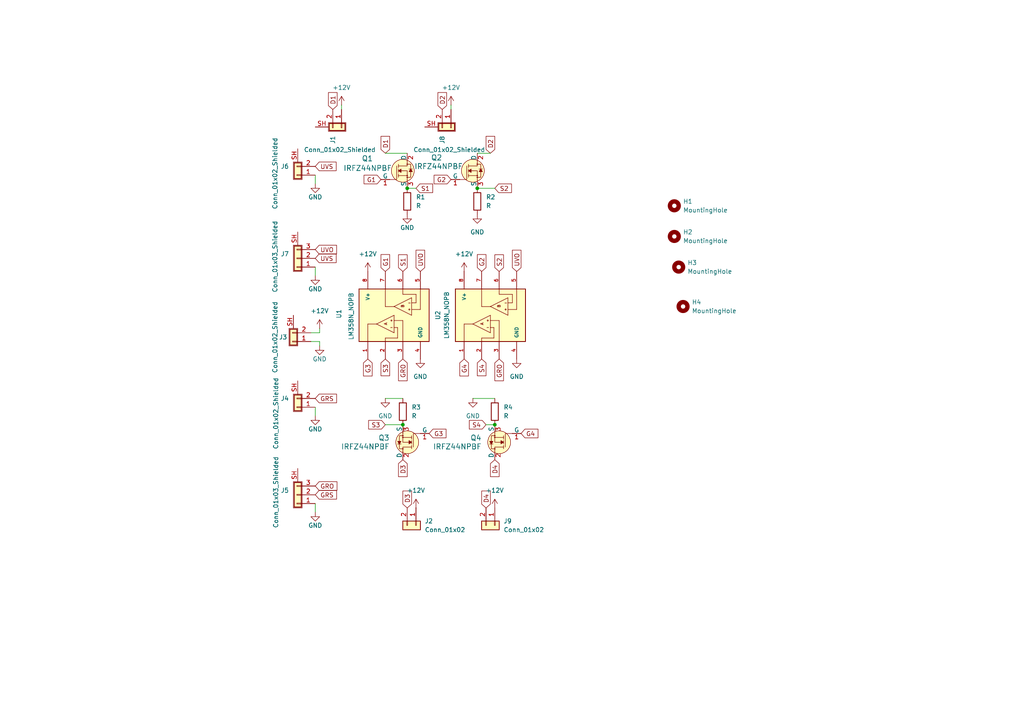
<source format=kicad_sch>
(kicad_sch (version 20231120) (generator "eeschema") (generator_version "8.0")
  (paper "A4")
  (lib_symbols
    (symbol "Connector_Generic:Conn_01x02" (pin_names (offset 1.016) hide)
      (property "Reference" "J" (at 0 2.54 0))
      (property "Value" "Conn_01x02" (at 0 -5.08 0))
      (symbol "Conn_01x02_1_1"
        (rectangle (start -1.27 -2.413) (end 0 -2.667) (stroke (width 0.1524)))
        (rectangle (start -1.27 0.127) (end 0 -0.127) (stroke (width 0.1524)))
        (rectangle (start -1.27 1.27) (end 1.27 -3.81) (stroke (width 0.254)) (fill (type background)))
        (pin passive line (at -5.08 0 0) (length 3.81) (name "Pin_1") (number "1"))
        (pin passive line (at -5.08 -2.54 0) (length 3.81) (name "Pin_2") (number "2"))
      )
    )
    (symbol "Connector_Generic_Shielded:Conn_01x02_Shielded" (pin_names (offset 1.016) hide)
      (property "Reference" "J" (at 0.254 2.286 0))
      (property "Value" "Conn_01x02_Shielded" (at 1.016 -4.826 0))
      (symbol "Conn_01x02_Shielded_1_1"
        (rectangle (start -1.27 1.27) (end 1.27 -3.81) (stroke (width 0.1524)))
        (rectangle (start -1.016 -2.413) (end 0.254 -2.667) (stroke (width 0.1524)))
        (rectangle (start -1.016 0.127) (end 0.254 -0.127) (stroke (width 0.1524)))
        (rectangle (start -1.016 1.016) (end 1.016 -3.556) (stroke (width 0.254)) (fill (type background)))
        (pin passive line (at -5.08 0 0) (length 4.064) (name "Pin_1") (number "1"))
        (pin passive line (at -5.08 -2.54 0) (length 4.064) (name "Pin_2") (number "2"))
        (pin passive line (at 0 -7.62 90) (length 3.81) (name "Shield") (number "SH"))
      )
    )
    (symbol "Connector_Generic_Shielded:Conn_01x03_Shielded" (pin_names (offset 1.016) hide)
      (property "Reference" "J" (at 0.254 4.826 0))
      (property "Value" "Conn_01x03_Shielded" (at 1.016 -4.826 0))
      (symbol "Conn_01x03_Shielded_1_1"
        (rectangle (start -1.27 3.81) (end 1.27 -3.81) (stroke (width 0.1524)))
        (rectangle (start -1.016 -2.413) (end 0.254 -2.667) (stroke (width 0.1524)))
        (rectangle (start -1.016 0.127) (end 0.254 -0.127) (stroke (width 0.1524)))
        (rectangle (start -1.016 2.667) (end 0.254 2.413) (stroke (width 0.1524)))
        (rectangle (start -1.016 3.556) (end 1.016 -3.556) (stroke (width 0.254)) (fill (type background)))
        (pin passive line (at -5.08 2.54 0) (length 4.064) (name "Pin_1") (number "1"))
        (pin passive line (at -5.08 0 0) (length 4.064) (name "Pin_2") (number "2"))
        (pin passive line (at -5.08 -2.54 0) (length 4.064) (name "Pin_3") (number "3"))
        (pin passive line (at 0 -7.62 90) (length 3.81) (name "Shield") (number "SH"))
      )
    )
    (symbol "Device:R" (pin_numbers hide) (pin_names (offset 0))
      (property "Reference" "R" (at 2.032 0 90))
      (property "Value" "R" (at 0 0 90))
      (symbol "R_0_1"
        (rectangle (start -1.016 -2.54) (end 1.016 2.54) (stroke (width 0.254)))
      )
      (symbol "R_1_1"
        (pin passive line (at 0 3.81 270) (length 1.27) (name "~") (number "1"))
        (pin passive line (at 0 -3.81 90) (length 1.27) (name "~") (number "2"))
      )
    )
    (symbol "Mechanical:MountingHole" (pin_names (offset 1.016)) (exclude_from_sim yes) (in_bom no)
      (property "Reference" "H" (at 0 5.08 0))
      (property "Value" "MountingHole" (at 0 3.175 0))
      (symbol "MountingHole_0_1"
        (circle (center 0 0) (radius 1.27) (stroke (width 1.27)))
      )
    )
    (symbol "Op_amp:LM358N_NOPB" (pin_names (offset 1.016))
      (property "Reference" "U" (at -7.62 11.43 0))
      (property "Value" "LM358N_NOPB" (at -7.62 -11.43 0))
      (symbol "LM358N_NOPB_0_0"
        (rectangle (start -7.62 -10.16) (end 7.62 10.16) (stroke (width 0.254)) (fill (type background)))
        (polyline (pts (xy -6.604 -1.016) (xy -6.604 2.54)) (stroke (width 0.1524)))
        (polyline (pts (xy -6.604 2.54) (xy -7.62 2.54)) (stroke (width 0.1524)))
        (polyline (pts (xy -5.08 0) (xy -2.54 5.08)) (stroke (width 0.1524)))
        (polyline (pts (xy -3.556 -1.016) (xy -6.604 -1.016)) (stroke (width 0.1524)))
        (polyline (pts (xy -3.556 0) (xy -5.08 0)) (stroke (width 0.1524)))
        (polyline (pts (xy -3.556 0) (xy -3.556 -1.016)) (stroke (width 0.1524)))
        (polyline (pts (xy -3.556 1.016) (xy -3.556 0.508)) (stroke (width 0.1524)))
        (polyline (pts (xy -2.54 5.08) (xy -2.54 7.62)) (stroke (width 0.1524)))
        (polyline (pts (xy -2.54 5.08) (xy 0 0)) (stroke (width 0.1524)))
        (polyline (pts (xy -2.54 7.62) (xy -7.62 7.62)) (stroke (width 0.1524)))
        (polyline (pts (xy -1.778 0.762) (xy -1.27 0.762)) (stroke (width 0.1524)))
        (polyline (pts (xy -1.524 -2.54) (xy -7.62 -2.54)) (stroke (width 0.1524)))
        (polyline (pts (xy -1.524 0) (xy -3.556 0)) (stroke (width 0.1524)))
        (polyline (pts (xy -1.524 0) (xy -1.524 -2.54)) (stroke (width 0.1524)))
        (polyline (pts (xy -1.524 0.508) (xy -1.524 1.016)) (stroke (width 0.1524)))
        (polyline (pts (xy 0 -5.08) (xy 2.54 0)) (stroke (width 0.1524)))
        (polyline (pts (xy 0 0) (xy -1.524 0)) (stroke (width 0.1524)))
        (polyline (pts (xy 1.4224 -4.4196) (xy 1.9304 -4.4196)) (stroke (width 0.1524)))
        (polyline (pts (xy 1.6764 -7.62) (xy 7.62 -7.62)) (stroke (width 0.1524)))
        (polyline (pts (xy 1.6764 -5.1308) (xy 1.6764 -7.62)) (stroke (width 0.1524)))
        (polyline (pts (xy 1.6764 -4.1656) (xy 1.6764 -4.6736)) (stroke (width 0.1524)))
        (polyline (pts (xy 2.5146 -0.1016) (xy 2.5146 2.54)) (stroke (width 0.1524)))
        (polyline (pts (xy 2.5146 2.54) (xy 7.62 2.54)) (stroke (width 0.1524)))
        (polyline (pts (xy 2.54 0) (xy 5.08 -5.08)) (stroke (width 0.1524)))
        (polyline (pts (xy 3.556 -4.191) (xy 3.556 -4.699)) (stroke (width 0.1524)))
        (polyline (pts (xy 3.6068 -6.3754) (xy 6.0706 -6.3754)) (stroke (width 0.1524)))
        (polyline (pts (xy 3.6068 -5.1054) (xy 3.6068 -6.3754)) (stroke (width 0.1524)))
        (polyline (pts (xy 5.08 -5.08) (xy 0 -5.08)) (stroke (width 0.1524)))
        (polyline (pts (xy 6.0706 -6.3754) (xy 6.0706 -2.54)) (stroke (width 0.1524)))
        (polyline (pts (xy 6.0706 -2.54) (xy 7.62 -2.54)) (stroke (width 0.1524)))
        (text "A" (at -2.921 1.9558 0) (effects (font (size 0.8128 0.8128)) (justify left bottom)))
        (text "B" (at 2.159 -2.9718 0) (effects (font (size 0.8128 0.8128)) (justify left bottom)))
        (pin output line (at -12.7 7.62 0) (length 5.08) (name "~") (number "1"))
        (pin input line (at -12.7 2.54 0) (length 5.08) (name "~") (number "2"))
        (pin input line (at -12.7 -2.54 0) (length 5.08) (name "~") (number "3"))
        (pin power_in line (at -12.7 -7.62 0) (length 5.08) (name "GND") (number "4"))
        (pin input line (at 12.7 -7.62 180) (length 5.08) (name "~") (number "5"))
        (pin input line (at 12.7 -2.54 180) (length 5.08) (name "~") (number "6"))
        (pin output line (at 12.7 2.54 180) (length 5.08) (name "~") (number "7"))
        (pin power_in line (at 12.7 7.62 180) (length 5.08) (name "V+") (number "8"))
      )
    )
    (symbol "dk_Transistors-FETs-MOSFETs-Single:IRF510PBF" (pin_names (offset 0))
      (property "Reference" "Q" (at -2.6924 3.6322 0))
      (property "Value" "IRF510PBF" (at 3.4544 0 90))
      (symbol "IRF510PBF_0_1"
        (circle (center -1.27 0) (radius 3.302) (fill (type background)))
        (circle (center 0 -1.905) (radius 0.127))
        (circle (center 0 -1.397) (radius 0.127))
        (polyline (pts (xy 0 -1.397) (xy -2.54 -1.397)))
        (polyline (pts (xy -5.08 -2.54) (xy -3.048 -2.54) (xy -3.048 1.397)))
        (polyline (pts (xy 0 -2.54) (xy 0 0) (xy -2.54 0)))
        (polyline (pts (xy 0 2.54) (xy 0 1.397) (xy -2.54 1.397)))
        (polyline (pts (xy -0.127 -1.905) (xy 1.016 -1.905) (xy 1.016 1.397) (xy 1.016 1.905) (xy -0.127 1.905)))
        (circle (center 0 1.905) (radius 0.127))
      )
      (symbol "IRF510PBF_1_1"
        (polyline (pts (xy -2.54 -1.397) (xy -2.54 -1.905)))
        (polyline (pts (xy -2.54 -1.397) (xy -2.54 -0.889)))
        (polyline (pts (xy -2.54 0) (xy -2.54 -0.508)))
        (polyline (pts (xy -2.54 0) (xy -2.54 0.508)))
        (polyline (pts (xy -2.54 1.905) (xy -2.54 0.889)))
        (polyline (pts (xy 1.524 0.508) (xy 0.508 0.508)))
        (polyline (pts (xy -2.54 0) (xy -1.778 0.508) (xy -1.778 -0.508) (xy -2.54 0)) (fill (type outline)))
        (polyline (pts (xy 1.016 0.508) (xy 0.508 -0.254) (xy 1.524 -0.254) (xy 1.016 0.508)) (fill (type outline)))
        (pin bidirectional line (at -7.62 -2.54 0) (length 2.54) (name "G") (number "1"))
        (pin bidirectional line (at 0 5.08 270) (length 2.54) (name "D") (number "2"))
        (pin bidirectional line (at 0 -5.08 90) (length 2.54) (name "S") (number "3"))
      )
    )
    (symbol "power:+12V" (power) (pin_numbers hide) (pin_names (offset 0) hide)
      (property "Value" "+12V" (at 0 3.556 0))
      (symbol "+12V_0_1"
        (polyline (pts (xy -0.762 1.27) (xy 0 2.54)))
        (polyline (pts (xy 0 0) (xy 0 2.54)))
        (polyline (pts (xy 0 2.54) (xy 0.762 1.27)))
      )
      (symbol "+12V_1_1"
        (pin power_in line (at 0 0 90) (length 0) (name "~") (number "1"))
      )
    )
    (symbol "power:GND" (power) (pin_numbers hide) (pin_names (offset 0) hide)
      (property "Value" "GND" (at 0 -3.81 0))
      (symbol "GND_0_1"
        (polyline (pts (xy 0 0) (xy 0 -1.27) (xy 1.27 -1.27) (xy 0 -2.54) (xy -1.27 -1.27) (xy 0 -1.27)))
      )
      (symbol "GND_1_1"
        (pin power_in line (at 0 0 270) (length 0) (name "~") (number "1"))
      )
    )
  )
  (junction (at 138.43 54.61))
  (junction (at 116.84 123.19))
  (junction (at 118.11 54.61))
  (junction (at 143.51 123.19))
  (wire (pts (xy 138.43 54.61) (xy 143.51 54.61)))
  (wire (pts (xy 91.44 146.05) (xy 91.44 148.59)))
  (wire (pts (xy 138.43 44.45) (xy 142.24 44.45)))
  (wire (pts (xy 92.71 99.06) (xy 92.71 100.33)))
  (wire (pts (xy 111.76 44.45) (xy 118.11 44.45)))
  (wire (pts (xy 91.44 118.11) (xy 91.44 120.65)))
  (wire (pts (xy 111.76 115.57) (xy 116.84 115.57)))
  (wire (pts (xy 91.44 77.47) (xy 91.44 80.01)))
  (wire (pts (xy 118.11 54.61) (xy 120.65 54.61)))
  (wire (pts (xy 92.71 96.52) (xy 92.71 95.25)))
  (wire (pts (xy 90.17 96.52) (xy 92.71 96.52)))
  (wire (pts (xy 140.97 123.19) (xy 143.51 123.19)))
  (wire (pts (xy 116.84 124.46) (xy 116.84 123.19)))
  (wire (pts (xy 91.44 50.8) (xy 91.44 53.34)))
  (wire (pts (xy 137.16 115.57) (xy 143.51 115.57)))
  (wire (pts (xy 90.17 99.06) (xy 92.71 99.06)))
  (wire (pts (xy 116.84 123.19) (xy 111.76 123.19)))
  (wire (pts (xy 130.81 30.48) (xy 130.81 31.75)))
  (wire (pts (xy 99.06 30.48) (xy 99.06 31.75)))
  (global_label "G1" (shape input) (at 110.49 52.07 180) (property "Intersheetrefs" "${INTERSHEET_REFS}" (effects (hide yes))))
  (global_label "G3" (shape input) (at 106.68 104.14 270) (property "Intersheetrefs" "${INTERSHEET_REFS}" (effects (hide yes))))
  (global_label "G2" (shape input) (at 139.7 78.74 90) (property "Intersheetrefs" "${INTERSHEET_REFS}" (effects (hide yes))))
  (global_label "S2" (shape input) (at 144.78 78.74 90) (property "Intersheetrefs" "${INTERSHEET_REFS}" (effects (hide yes))))
  (global_label "UVO" (shape input) (at 91.44 72.39 0) (property "Intersheetrefs" "${INTERSHEET_REFS}" (effects (hide yes))))
  (global_label "S4" (shape input) (at 140.97 123.19 180) (property "Intersheetrefs" "${INTERSHEET_REFS}" (effects (hide yes))))
  (global_label "UVO" (shape input) (at 121.92 78.74 90) (property "Intersheetrefs" "${INTERSHEET_REFS}" (effects (hide yes))))
  (global_label "D2" (shape input) (at 128.27 31.75 90) (property "Intersheetrefs" "${INTERSHEET_REFS}" (effects (hide yes))))
  (global_label "D3" (shape input) (at 116.84 133.35 270) (property "Intersheetrefs" "${INTERSHEET_REFS}" (effects (hide yes))))
  (global_label "UVO" (shape input) (at 149.86 78.74 90) (property "Intersheetrefs" "${INTERSHEET_REFS}" (effects (hide yes))))
  (global_label "G1" (shape input) (at 111.76 78.74 90) (property "Intersheetrefs" "${INTERSHEET_REFS}" (effects (hide yes))))
  (global_label "D1" (shape input) (at 111.76 44.45 90) (property "Intersheetrefs" "${INTERSHEET_REFS}" (effects (hide yes))))
  (global_label "G2" (shape input) (at 130.81 52.07 180) (property "Intersheetrefs" "${INTERSHEET_REFS}" (effects (hide yes))))
  (global_label "D3" (shape input) (at 118.11 147.32 90) (property "Intersheetrefs" "${INTERSHEET_REFS}" (effects (hide yes))))
  (global_label "G3" (shape input) (at 124.46 125.73 0) (property "Intersheetrefs" "${INTERSHEET_REFS}" (effects (hide yes))))
  (global_label "D2" (shape input) (at 142.24 44.45 90) (property "Intersheetrefs" "${INTERSHEET_REFS}" (effects (hide yes))))
  (global_label "G4" (shape input) (at 151.13 125.73 0) (property "Intersheetrefs" "${INTERSHEET_REFS}" (effects (hide yes))))
  (global_label "S3" (shape input) (at 111.76 123.19 180) (property "Intersheetrefs" "${INTERSHEET_REFS}" (effects (hide yes))))
  (global_label "UVS" (shape input) (at 91.44 48.26 0) (property "Intersheetrefs" "${INTERSHEET_REFS}" (effects (hide yes))))
  (global_label "GRO" (shape input) (at 144.78 104.14 270) (property "Intersheetrefs" "${INTERSHEET_REFS}" (effects (hide yes))))
  (global_label "S1" (shape input) (at 116.84 78.74 90) (property "Intersheetrefs" "${INTERSHEET_REFS}" (effects (hide yes))))
  (global_label "D4" (shape input) (at 140.97 147.32 90) (property "Intersheetrefs" "${INTERSHEET_REFS}" (effects (hide yes))))
  (global_label "GRS" (shape input) (at 91.44 115.57 0) (property "Intersheetrefs" "${INTERSHEET_REFS}" (effects (hide yes))))
  (global_label "G4" (shape input) (at 134.62 104.14 270) (property "Intersheetrefs" "${INTERSHEET_REFS}" (effects (hide yes))))
  (global_label "GRS" (shape input) (at 91.44 143.51 0) (property "Intersheetrefs" "${INTERSHEET_REFS}" (effects (hide yes))))
  (global_label "S2" (shape input) (at 143.51 54.61 0) (property "Intersheetrefs" "${INTERSHEET_REFS}" (effects (hide yes))))
  (global_label "UVS" (shape input) (at 91.44 74.93 0) (property "Intersheetrefs" "${INTERSHEET_REFS}" (effects (hide yes))))
  (global_label "D1" (shape input) (at 96.52 31.75 90) (property "Intersheetrefs" "${INTERSHEET_REFS}" (effects (hide yes))))
  (global_label "S3" (shape input) (at 111.76 104.14 270) (property "Intersheetrefs" "${INTERSHEET_REFS}" (effects (hide yes))))
  (global_label "GRO" (shape input) (at 91.44 140.97 0) (property "Intersheetrefs" "${INTERSHEET_REFS}" (effects (hide yes))))
  (global_label "S4" (shape input) (at 139.7 104.14 270) (property "Intersheetrefs" "${INTERSHEET_REFS}" (effects (hide yes))))
  (global_label "D4" (shape input) (at 143.51 133.35 270) (property "Intersheetrefs" "${INTERSHEET_REFS}" (effects (hide yes))))
  (global_label "S1" (shape input) (at 120.65 54.61 0) (property "Intersheetrefs" "${INTERSHEET_REFS}" (effects (hide yes))))
  (global_label "GRO" (shape input) (at 116.84 104.14 270) (property "Intersheetrefs" "${INTERSHEET_REFS}" (effects (hide yes))))
  (symbol (lib_id "Connector_Generic_Shielded:Conn_01x02_Shielded") (at 86.36 118.11 180) (unit 1)
    (property "Reference" "J4" (at 83.82 115.5699 0) (effects (justify left)))
    (property "Value" "Conn_01x02_Shielded" (at 80.01 109.474 90) (effects (justify left)))
    (property "Footprint" "Connector_PinSocket_2.54mm:PinSocket_1x02_P2.54mm_Horizontal" (effects (hide yes)))
    (property "Description" "Generic shielded connector, single row, 01x02, script generated (kicad-library-utils/schlib/autogen/connector/)" (effects (hide yes)))
  )
  (symbol (lib_id "Connector_Generic_Shielded:Conn_01x02_Shielded") (at 130.81 36.83 270) (unit 1)
    (property "Reference" "J8" (at 128.2699 39.37 0) (effects (justify left)))
    (property "Value" "Conn_01x02_Shielded" (at 119.888 43.434 90) (effects (justify left)))
    (property "Footprint" "Connector_PinSocket_2.54mm:PinSocket_1x02_P2.54mm_Horizontal" (effects (hide yes)))
    (property "Description" "Generic shielded connector, single row, 01x02, script generated (kicad-library-utils/schlib/autogen/connector/)" (effects (hide yes)))
  )
  (symbol (lib_id "power:GND") (at 91.44 80.01 0) (unit 1)
    (property "Reference" "#PWR07" (effects (hide yes)))
    (property "Value" "GND" (at 91.44 83.82 0))
    (property "Description" "Power symbol creates a global label with name \"GND\" , ground" (effects (hide yes)))
  )
  (symbol (lib_id "power:+12V") (at 120.65 147.32 0) (unit 1)
    (property "Reference" "#PWR011" (effects (hide yes)))
    (property "Value" "+12V" (at 120.65 142.24 0))
    (property "Description" "Power symbol creates a global label with name \"+12V\"" (effects (hide yes)))
  )
  (symbol (lib_id "Connector_Generic:Conn_01x02") (at 120.65 152.4 270) (unit 1)
    (property "Reference" "J2" (at 123.19 151.1299 90) (effects (justify left)))
    (property "Value" "Conn_01x02" (at 123.19 153.6699 90) (effects (justify left)))
    (property "Footprint" "Connector_PinSocket_2.54mm:PinSocket_1x02_P2.54mm_Horizontal" (effects (hide yes)))
    (property "Description" "Generic connector, single row, 01x02, script generated (kicad-library-utils/schlib/autogen/connector/)" (effects (hide yes)))
  )
  (symbol (lib_id "power:+12V") (at 134.62 78.74 0) (unit 1)
    (property "Reference" "#PWR014" (effects (hide yes)))
    (property "Value" "+12V" (at 134.62 73.66 0))
    (property "Description" "Power symbol creates a global label with name \"+12V\"" (effects (hide yes)))
  )
  (symbol (lib_id "Connector_Generic_Shielded:Conn_01x02_Shielded") (at 86.36 50.8 180) (unit 1)
    (property "Reference" "J6" (at 83.82 48.2599 0) (effects (justify left)))
    (property "Value" "Conn_01x02_Shielded" (at 79.756 39.878 90) (effects (justify left)))
    (property "Footprint" "Connector_PinSocket_2.54mm:PinSocket_1x02_P2.54mm_Horizontal" (effects (hide yes)))
    (property "Description" "Generic shielded connector, single row, 01x02, script generated (kicad-library-utils/schlib/autogen/connector/)" (effects (hide yes)))
  )
  (symbol (lib_id "power:GND") (at 149.86 104.14 0) (unit 1)
    (property "Reference" "#PWR013" (effects (hide yes)))
    (property "Value" "GND" (at 149.86 109.22 0))
    (property "Description" "Power symbol creates a global label with name \"GND\" , ground" (effects (hide yes)))
  )
  (symbol (lib_id "power:+12V") (at 143.51 147.32 0) (unit 1)
    (property "Reference" "#PWR012" (effects (hide yes)))
    (property "Value" "+12V" (at 143.51 142.24 0))
    (property "Description" "Power symbol creates a global label with name \"+12V\"" (effects (hide yes)))
  )
  (symbol (lib_id "Op_amp:LM358N_NOPB") (at 114.3 91.44 90) (unit 1)
    (property "Reference" "U1" (at 98.298 89.662 0) (effects (justify right)))
    (property "Value" "LM358N_NOPB" (at 101.854 84.836 0) (effects (justify right)))
    (property "Footprint" "Symbol:LM358N_NOP" (effects (hide yes)))
    (property "Description" "2-Channel, 1MHz, industry standard, 32V op amp 8-PDIP 0 to 70" (effects (hide yes)))
    (property "MF" "Texas Instruments" (effects (hide yes)))
    (property "MOUSER-PURCHASE-URL" "https://snapeda.com/shop?store=Mouser&id=106817" (effects (hide yes)))
    (property "PACKAGE" "PDIP-8 Texas" (effects (hide yes)))
    (property "PRICE" "None" (effects (hide yes)))
    (property "Package" "PDIP-8 Texas" (effects (hide yes)))
    (property "Check_prices" "https://www.snapeda.com/parts/LM358N/NOPB/Texas+Instruments/view-part/?ref=eda" (effects (hide yes)))
    (property "SnapEDA_Link" "https://www.snapeda.com/parts/LM358N/NOPB/Texas+Instruments/view-part/?ref=snap" (effects (hide yes)))
    (property "TEXAS_INSTRUMENTS-PURCHASE-URL" "https://snapeda.com/shop?store=Texas+Instruments&id=106817" (effects (hide yes)))
    (property "Price" "None" (effects (hide yes)))
    (property "ARROW_ASIA-PURCHASE-URL" "https://snapeda.com/shop?store=Arrow+Asia&id=106817" (effects (hide yes)))
    (property "MP" "LM358N/NOPB" (effects (hide yes)))
    (property "DIGIKEY-PURCHASE-URL" "https://snapeda.com/shop?store=DigiKey&id=106817" (effects (hide yes)))
    (property "Availability" "In Stock" (effects (hide yes)))
    (property "AVAILABILITY" "Good" (effects (hide yes)))
    (property "Description_1" "\n                        \n                            Dual, 32-V, 1-MHz op amp\n                        \n" (effects (hide yes)))
  )
  (symbol (lib_id "power:GND") (at 92.71 100.33 0) (unit 1)
    (property "Reference" "#PWR010" (effects (hide yes)))
    (property "Value" "GND" (at 92.71 104.14 0))
    (property "Description" "Power symbol creates a global label with name \"GND\" , ground" (effects (hide yes)))
  )
  (symbol (lib_id "Connector_Generic_Shielded:Conn_01x02_Shielded") (at 85.09 99.06 180) (unit 1)
    (property "Reference" "J3" (at 83.312 97.79 0) (effects (justify left)))
    (property "Value" "Conn_01x02_Shielded" (at 79.756 87.376 90) (effects (justify left)))
    (property "Footprint" "Connector_PinSocket_2.54mm:PinSocket_1x02_P2.54mm_Horizontal" (effects (hide yes)))
    (property "Description" "Generic shielded connector, single row, 01x02, script generated (kicad-library-utils/schlib/autogen/connector/)" (effects (hide yes)))
  )
  (symbol (lib_id "power:GND") (at 91.44 148.59 0) (unit 1)
    (property "Reference" "#PWR016" (effects (hide yes)))
    (property "Value" "GND" (at 91.44 152.4 0))
    (property "Description" "Power symbol creates a global label with name \"GND\" , ground" (effects (hide yes)))
  )
  (symbol (lib_id "Connector_Generic_Shielded:Conn_01x03_Shielded") (at 86.36 74.93 180) (unit 1)
    (property "Reference" "J7" (at 83.82 73.6599 0) (effects (justify left)))
    (property "Value" "Conn_01x03_Shielded" (at 79.756 64.008 90) (effects (justify left)))
    (property "Footprint" "Connector_PinSocket_2.54mm:PinSocket_1x03_P2.54mm_Horizontal" (effects (hide yes)))
    (property "Description" "Generic shielded connector, single row, 01x03, script generated (kicad-library-utils/schlib/autogen/connector/)" (effects (hide yes)))
  )
  (symbol (lib_id "power:GND") (at 118.11 62.23 0) (unit 1)
    (property "Reference" "#PWR01" (effects (hide yes)))
    (property "Value" "GND" (at 118.11 66.04 0))
    (property "Description" "Power symbol creates a global label with name \"GND\" , ground" (effects (hide yes)))
  )
  (symbol (lib_id "Device:R") (at 143.51 119.38 0) (unit 1)
    (property "Reference" "R4" (at 146.05 118.1099 0) (effects (justify left)))
    (property "Value" "R" (at 146.05 120.6499 0) (effects (justify left)))
    (property "Footprint" "Resistor_THT:R_Axial_DIN0207_L6.3mm_D2.5mm_P7.62mm_Horizontal" (effects (hide yes)))
    (property "Description" "Resistor" (effects (hide yes)))
  )
  (symbol (lib_id "Device:R") (at 118.11 58.42 0) (unit 1)
    (property "Reference" "R1" (at 120.65 57.1499 0) (effects (justify left)))
    (property "Value" "R" (at 120.65 59.6899 0) (effects (justify left)))
    (property "Footprint" "Resistor_THT:R_Axial_Power_L38.0mm_W6.4mm_P40.64mm" (effects (hide yes)))
    (property "Description" "Resistor" (effects (hide yes)))
  )
  (symbol (lib_id "Op_amp:LM358N_NOPB") (at 142.24 91.44 90) (unit 1)
    (property "Reference" "U2" (at 127 91.44 0))
    (property "Value" "LM358N_NOPB" (at 129.54 91.44 0))
    (property "Footprint" "Symbol:LM358N_NOP" (effects (hide yes)))
    (property "Description" "2-Channel, 1MHz, industry standard, 32V op amp 8-PDIP 0 to 70" (effects (hide yes)))
    (property "MF" "Texas Instruments" (effects (hide yes)))
    (property "MOUSER-PURCHASE-URL" "https://snapeda.com/shop?store=Mouser&id=106817" (effects (hide yes)))
    (property "PACKAGE" "PDIP-8 Texas" (effects (hide yes)))
    (property "PRICE" "None" (effects (hide yes)))
    (property "Package" "PDIP-8 Texas" (effects (hide yes)))
    (property "Check_prices" "https://www.snapeda.com/parts/LM358N/NOPB/Texas+Instruments/view-part/?ref=eda" (effects (hide yes)))
    (property "SnapEDA_Link" "https://www.snapeda.com/parts/LM358N/NOPB/Texas+Instruments/view-part/?ref=snap" (effects (hide yes)))
    (property "TEXAS_INSTRUMENTS-PURCHASE-URL" "https://snapeda.com/shop?store=Texas+Instruments&id=106817" (effects (hide yes)))
    (property "Price" "None" (effects (hide yes)))
    (property "ARROW_ASIA-PURCHASE-URL" "https://snapeda.com/shop?store=Arrow+Asia&id=106817" (effects (hide yes)))
    (property "MP" "LM358N/NOPB" (effects (hide yes)))
    (property "DIGIKEY-PURCHASE-URL" "https://snapeda.com/shop?store=DigiKey&id=106817" (effects (hide yes)))
    (property "Availability" "In Stock" (effects (hide yes)))
    (property "AVAILABILITY" "Good" (effects (hide yes)))
    (property "Description_1" "\n                        \n                            Dual, 32-V, 1-MHz op amp\n                        \n" (effects (hide yes)))
  )
  (symbol (lib_id "dk_Transistors-FETs-MOSFETs-Single:IRF510PBF") (at 138.43 49.53 0) (unit 1)
    (property "Reference" "Q2" (at 124.968 45.72 0) (effects (font (size 1.524 1.524)) (justify left)))
    (property "Value" "IRFZ44NPBF" (at 120.142 48.26 0) (effects (font (size 1.524 1.524)) (justify left)))
    (property "Footprint" "digikey-footprints:TO-220-3" (effects (hide yes)))
    (property "Datasheet" "http://www.vishay.com/docs/91015/sihf510.pdf" (effects (hide yes)))
    (property "Description" "MOSFET N-CH 100V 5.6A TO-220AB" (effects (hide yes)))
    (property "Digi-Key_PN" "IRF510PBF-ND" (effects (hide yes)))
    (property "MPN" "IRF510PBF" (effects (hide yes)))
    (property "Category" "Discrete Semiconductor Products" (effects (hide yes)))
    (property "Family" "Transistors - FETs, MOSFETs - Single" (effects (hide yes)))
    (property "DK_Datasheet_Link" "http://www.vishay.com/docs/91015/sihf510.pdf" (effects (hide yes)))
    (property "DK_Detail_Page" "/product-detail/en/vishay-siliconix/IRF510PBF/IRF510PBF-ND/811710" (effects (hide yes)))
    (property "Description_1" "MOSFET N-CH 100V 5.6A TO-220AB" (effects (hide yes)))
    (property "Manufacturer" "Vishay Siliconix" (effects (hide yes)))
    (property "Status" "Active" (effects (hide yes)))
  )
  (symbol (lib_id "Connector_Generic:Conn_01x02") (at 143.51 152.4 270) (unit 1)
    (property "Reference" "J9" (at 146.05 151.1299 90) (effects (justify left)))
    (property "Value" "Conn_01x02" (at 146.05 153.6699 90) (effects (justify left)))
    (property "Footprint" "Connector_PinSocket_2.54mm:PinSocket_1x02_P2.54mm_Horizontal" (effects (hide yes)))
    (property "Description" "Generic connector, single row, 01x02, script generated (kicad-library-utils/schlib/autogen/connector/)" (effects (hide yes)))
  )
  (symbol (lib_id "power:GND") (at 111.76 115.57 0) (unit 1)
    (property "Reference" "#PWR017" (effects (hide yes)))
    (property "Value" "GND" (at 111.76 120.65 0))
    (property "Description" "Power symbol creates a global label with name \"GND\" , ground" (effects (hide yes)))
  )
  (symbol (lib_id "Mechanical:MountingHole") (at 195.58 68.58 0) (unit 1) (exclude_from_sim yes) (in_bom no)
    (property "Reference" "H2" (at 198.12 67.3099 0) (effects (justify left)))
    (property "Value" "MountingHole" (at 198.12 69.8499 0) (effects (justify left)))
    (property "Footprint" "MountingHole:MountingHole_3.2mm_M3" (effects (hide yes)))
    (property "Description" "Mounting Hole without connection" (effects (hide yes)))
  )
  (symbol (lib_id "Device:R") (at 116.84 119.38 0) (unit 1)
    (property "Reference" "R3" (at 119.38 118.1099 0) (effects (justify left)))
    (property "Value" "R" (at 119.38 120.6499 0) (effects (justify left)))
    (property "Footprint" "Resistor_THT:R_Axial_DIN0207_L6.3mm_D2.5mm_P7.62mm_Horizontal" (effects (hide yes)))
    (property "Description" "Resistor" (effects (hide yes)))
  )
  (symbol (lib_id "Mechanical:MountingHole") (at 196.85 77.47 0) (unit 1) (exclude_from_sim yes) (in_bom no)
    (property "Reference" "H3" (at 199.39 76.1999 0) (effects (justify left)))
    (property "Value" "MountingHole" (at 199.39 78.7399 0) (effects (justify left)))
    (property "Footprint" "MountingHole:MountingHole_3.2mm_M3" (effects (hide yes)))
    (property "Description" "Mounting Hole without connection" (effects (hide yes)))
  )
  (symbol (lib_id "power:+12V") (at 99.06 30.48 0) (unit 1)
    (property "Reference" "#PWR05" (effects (hide yes)))
    (property "Value" "+12V" (at 99.06 25.4 0))
    (property "Description" "Power symbol creates a global label with name \"+12V\"" (effects (hide yes)))
  )
  (symbol (lib_id "dk_Transistors-FETs-MOSFETs-Single:IRF510PBF") (at 116.84 128.27 180) (unit 1)
    (property "Reference" "Q3" (at 113.03 126.9999 0) (effects (font (size 1.524 1.524)) (justify left)))
    (property "Value" "IRFZ44NPBF" (at 113.03 129.5399 0) (effects (font (size 1.524 1.524)) (justify left)))
    (property "Footprint" "digikey-footprints:TO-220-3" (effects (hide yes)))
    (property "Datasheet" "http://www.vishay.com/docs/91015/sihf510.pdf" (effects (hide yes)))
    (property "Description" "MOSFET N-CH 100V 5.6A TO-220AB" (effects (hide yes)))
    (property "Digi-Key_PN" "IRF510PBF-ND" (effects (hide yes)))
    (property "MPN" "IRF510PBF" (effects (hide yes)))
    (property "Category" "Discrete Semiconductor Products" (effects (hide yes)))
    (property "Family" "Transistors - FETs, MOSFETs - Single" (effects (hide yes)))
    (property "DK_Datasheet_Link" "http://www.vishay.com/docs/91015/sihf510.pdf" (effects (hide yes)))
    (property "DK_Detail_Page" "/product-detail/en/vishay-siliconix/IRF510PBF/IRF510PBF-ND/811710" (effects (hide yes)))
    (property "Description_1" "MOSFET N-CH 100V 5.6A TO-220AB" (effects (hide yes)))
    (property "Manufacturer" "Vishay Siliconix" (effects (hide yes)))
    (property "Status" "Active" (effects (hide yes)))
  )
  (symbol (lib_id "Mechanical:MountingHole") (at 198.12 88.9 0) (unit 1) (exclude_from_sim yes) (in_bom no)
    (property "Reference" "H4" (at 200.66 87.6299 0) (effects (justify left)))
    (property "Value" "MountingHole" (at 200.66 90.1699 0) (effects (justify left)))
    (property "Footprint" "MountingHole:MountingHole_3.2mm_M3" (effects (hide yes)))
    (property "Description" "Mounting Hole without connection" (effects (hide yes)))
  )
  (symbol (lib_id "power:+12V") (at 130.81 30.48 0) (unit 1)
    (property "Reference" "#PWR04" (effects (hide yes)))
    (property "Value" "+12V" (at 130.81 25.4 0))
    (property "Description" "Power symbol creates a global label with name \"+12V\"" (effects (hide yes)))
  )
  (symbol (lib_id "Device:R") (at 138.43 58.42 0) (unit 1)
    (property "Reference" "R2" (at 140.97 57.1499 0) (effects (justify left)))
    (property "Value" "R" (at 140.97 59.6899 0) (effects (justify left)))
    (property "Footprint" "Resistor_THT:R_Axial_Power_L38.0mm_W6.4mm_P40.64mm" (effects (hide yes)))
    (property "Description" "Resistor" (effects (hide yes)))
  )
  (symbol (lib_id "Connector_Generic_Shielded:Conn_01x03_Shielded") (at 86.36 143.51 180) (unit 1)
    (property "Reference" "J5" (at 83.82 142.2399 0) (effects (justify left)))
    (property "Value" "Conn_01x03_Shielded" (at 80.01 132.334 90) (effects (justify left)))
    (property "Footprint" "Connector_PinSocket_2.54mm:PinSocket_1x03_P2.54mm_Horizontal" (effects (hide yes)))
    (property "Description" "Generic shielded connector, single row, 01x03, script generated (kicad-library-utils/schlib/autogen/connector/)" (effects (hide yes)))
  )
  (symbol (lib_id "power:GND") (at 91.44 120.65 0) (unit 1)
    (property "Reference" "#PWR015" (effects (hide yes)))
    (property "Value" "GND" (at 91.44 124.46 0))
    (property "Description" "Power symbol creates a global label with name \"GND\" , ground" (effects (hide yes)))
  )
  (symbol (lib_id "power:GND") (at 91.44 53.34 0) (unit 1)
    (property "Reference" "#PWR06" (effects (hide yes)))
    (property "Value" "GND" (at 91.44 57.15 0))
    (property "Description" "Power symbol creates a global label with name \"GND\" , ground" (effects (hide yes)))
  )
  (symbol (lib_id "Connector_Generic_Shielded:Conn_01x02_Shielded") (at 99.06 36.83 270) (unit 1)
    (property "Reference" "J1" (at 96.5199 39.37 0) (effects (justify left)))
    (property "Value" "Conn_01x02_Shielded" (at 88.138 43.434 90) (effects (justify left)))
    (property "Footprint" "Connector_PinSocket_2.54mm:PinSocket_1x02_P2.54mm_Horizontal" (effects (hide yes)))
    (property "Description" "Generic shielded connector, single row, 01x02, script generated (kicad-library-utils/schlib/autogen/connector/)" (effects (hide yes)))
  )
  (symbol (lib_id "dk_Transistors-FETs-MOSFETs-Single:IRF510PBF") (at 143.51 128.27 180) (unit 1)
    (property "Reference" "Q4" (at 139.7 126.9999 0) (effects (font (size 1.524 1.524)) (justify left)))
    (property "Value" "IRFZ44NPBF" (at 139.7 129.5399 0) (effects (font (size 1.524 1.524)) (justify left)))
    (property "Footprint" "digikey-footprints:TO-220-3" (effects (hide yes)))
    (property "Datasheet" "http://www.vishay.com/docs/91015/sihf510.pdf" (effects (hide yes)))
    (property "Description" "MOSFET N-CH 100V 5.6A TO-220AB" (effects (hide yes)))
    (property "Digi-Key_PN" "IRF510PBF-ND" (effects (hide yes)))
    (property "MPN" "IRF510PBF" (effects (hide yes)))
    (property "Category" "Discrete Semiconductor Products" (effects (hide yes)))
    (property "Family" "Transistors - FETs, MOSFETs - Single" (effects (hide yes)))
    (property "DK_Datasheet_Link" "http://www.vishay.com/docs/91015/sihf510.pdf" (effects (hide yes)))
    (property "DK_Detail_Page" "/product-detail/en/vishay-siliconix/IRF510PBF/IRF510PBF-ND/811710" (effects (hide yes)))
    (property "Description_1" "MOSFET N-CH 100V 5.6A TO-220AB" (effects (hide yes)))
    (property "Manufacturer" "Vishay Siliconix" (effects (hide yes)))
    (property "Status" "Active" (effects (hide yes)))
  )
  (symbol (lib_id "power:GND") (at 137.16 115.57 0) (unit 1)
    (property "Reference" "#PWR018" (effects (hide yes)))
    (property "Value" "GND" (at 137.16 120.65 0))
    (property "Description" "Power symbol creates a global label with name \"GND\" , ground" (effects (hide yes)))
  )
  (symbol (lib_id "power:GND") (at 138.43 62.23 0) (unit 1)
    (property "Reference" "#PWR02" (effects (hide yes)))
    (property "Value" "GND" (at 138.43 67.31 0))
    (property "Description" "Power symbol creates a global label with name \"GND\" , ground" (effects (hide yes)))
  )
  (symbol (lib_id "power:GND") (at 121.92 104.14 0) (unit 1)
    (property "Reference" "#PWR03" (effects (hide yes)))
    (property "Value" "GND" (at 121.92 109.22 0))
    (property "Description" "Power symbol creates a global label with name \"GND\" , ground" (effects (hide yes)))
  )
  (symbol (lib_id "power:+12V") (at 106.68 78.74 0) (unit 1)
    (property "Reference" "#PWR08" (effects (hide yes)))
    (property "Value" "+12V" (at 106.68 73.66 0))
    (property "Description" "Power symbol creates a global label with name \"+12V\"" (effects (hide yes)))
  )
  (symbol (lib_id "dk_Transistors-FETs-MOSFETs-Single:IRF510PBF") (at 118.11 49.53 0) (unit 1)
    (property "Reference" "Q1" (at 104.902 45.974 0) (effects (font (size 1.524 1.524)) (justify left)))
    (property "Value" "IRFZ44NPBF" (at 99.568 48.768 0) (effects (font (size 1.524 1.524)) (justify left)))
    (property "Footprint" "digikey-footprints:TO-220-3" (effects (hide yes)))
    (property "Datasheet" "http://www.vishay.com/docs/91015/sihf510.pdf" (effects (hide yes)))
    (property "Description" "MOSFET N-CH 100V 5.6A TO-220AB" (effects (hide yes)))
    (property "Digi-Key_PN" "IRF510PBF-ND" (effects (hide yes)))
    (property "MPN" "IRF510PBF" (effects (hide yes)))
    (property "Category" "Discrete Semiconductor Products" (effects (hide yes)))
    (property "Family" "Transistors - FETs, MOSFETs - Single" (effects (hide yes)))
    (property "DK_Datasheet_Link" "http://www.vishay.com/docs/91015/sihf510.pdf" (effects (hide yes)))
    (property "DK_Detail_Page" "/product-detail/en/vishay-siliconix/IRF510PBF/IRF510PBF-ND/811710" (effects (hide yes)))
    (property "Description_1" "MOSFET N-CH 100V 5.6A TO-220AB" (effects (hide yes)))
    (property "Manufacturer" "Vishay Siliconix" (effects (hide yes)))
    (property "Status" "Active" (effects (hide yes)))
  )
  (symbol (lib_id "Mechanical:MountingHole") (at 195.58 59.69 0) (unit 1) (exclude_from_sim yes) (in_bom no)
    (property "Reference" "H1" (at 198.12 58.4199 0) (effects (justify left)))
    (property "Value" "MountingHole" (at 198.12 60.9599 0) (effects (justify left)))
    (property "Footprint" "MountingHole:MountingHole_3.2mm_M3" (effects (hide yes)))
    (property "Description" "Mounting Hole without connection" (effects (hide yes)))
  )
  (symbol (lib_id "power:+12V") (at 92.71 95.25 0) (unit 1)
    (property "Reference" "#PWR09" (effects (hide yes)))
    (property "Value" "+12V" (at 92.71 90.17 0))
    (property "Description" "Power symbol creates a global label with name \"+12V\"" (effects (hide yes)))
  )
)
</source>
